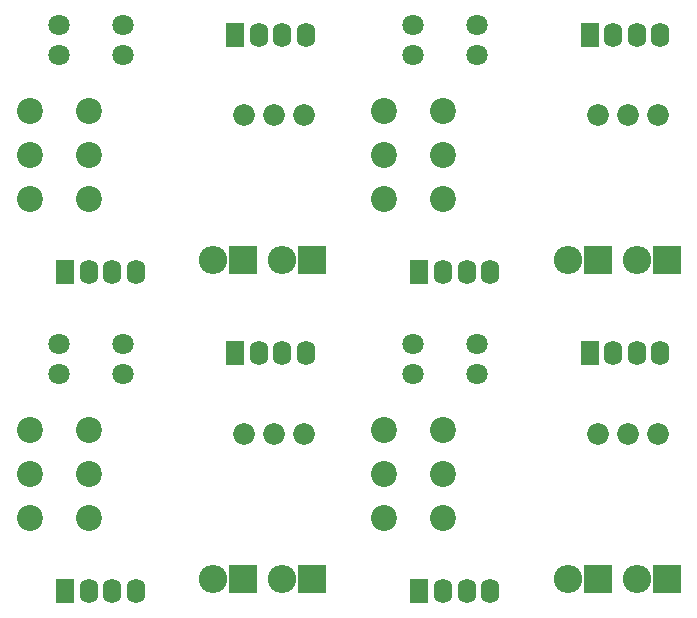
<source format=gbs>
%MOIN*%
%OFA0B0*%
%FSLAX46Y46*%
%IPPOS*%
%LPD*%
%ADD10C,0.0039370078740157488*%
%ADD11C,0.086614173228346469*%
%ADD12R,0.062992125984251982X0.082677165354330714*%
%ADD13O,0.062992125984251982X0.082677165354330714*%
%ADD14O,0.094448031496063X0.094448031496063*%
%ADD15R,0.094448031496063X0.094448031496063*%
%ADD16C,0.070866141732283464*%
%ADD17C,0.072440944881889777*%
%ADD28C,0.0039370078740157488*%
%ADD29C,0.086614173228346469*%
%ADD30R,0.062992125984251982X0.082677165354330714*%
%ADD31O,0.062992125984251982X0.082677165354330714*%
%ADD32O,0.094448031496063X0.094448031496063*%
%ADD33R,0.094448031496063X0.094448031496063*%
%ADD34C,0.070866141732283464*%
%ADD35C,0.072440944881889777*%
%ADD46C,0.0039370078740157488*%
%ADD47C,0.086614173228346469*%
%ADD48R,0.062992125984251982X0.082677165354330714*%
%ADD49O,0.062992125984251982X0.082677165354330714*%
%ADD50O,0.094448031496063X0.094448031496063*%
%ADD51R,0.094448031496063X0.094448031496063*%
%ADD52C,0.070866141732283464*%
%ADD53C,0.072440944881889777*%
%ADD64C,0.0039370078740157488*%
%ADD65C,0.086614173228346469*%
%ADD66R,0.062992125984251982X0.082677165354330714*%
%ADD67O,0.062992125984251982X0.082677165354330714*%
%ADD68O,0.094448031496063X0.094448031496063*%
%ADD69R,0.094448031496063X0.094448031496063*%
%ADD70C,0.070866141732283464*%
%ADD71C,0.072440944881889777*%
%LPD*%
G01*
D10*
D11*
X-0005393700Y0004291338D02*
X0000078740Y0000639763D03*
X0000078740Y0000492125D03*
X0000078740Y0000344488D03*
X0000275590Y0000639763D03*
X0000275590Y0000492125D03*
X0000275590Y0000344488D03*
D12*
X0000196850Y0000102362D03*
D13*
X0000275590Y0000102362D03*
X0000354330Y0000102362D03*
X0000433070Y0000102362D03*
D12*
X0000763970Y0000893882D03*
D13*
X0000842710Y0000893882D03*
X0000921449Y0000893882D03*
X0001000189Y0000893882D03*
D14*
X0000921259Y0000141732D03*
D15*
X0001021258Y0000141732D03*
D14*
X0000691338Y0000141732D03*
D15*
X0000791338Y0000141732D03*
D16*
X0000177165Y0000925196D03*
X0000177165Y0000826771D03*
X0000389763Y0000925196D03*
X0000389763Y0000826771D03*
D17*
X0000992125Y0000625984D03*
X0000892124Y0000625984D03*
X0000792124Y0000625984D03*
G01*
D28*
D29*
X-0005393700Y0005354330D02*
X0000078740Y0001702755D03*
X0000078740Y0001555118D03*
X0000078740Y0001407480D03*
X0000275590Y0001702755D03*
X0000275590Y0001555118D03*
X0000275590Y0001407480D03*
D30*
X0000196850Y0001165354D03*
D31*
X0000275590Y0001165354D03*
X0000354330Y0001165354D03*
X0000433070Y0001165354D03*
D30*
X0000763970Y0001956874D03*
D31*
X0000842710Y0001956874D03*
X0000921449Y0001956874D03*
X0001000189Y0001956874D03*
D32*
X0000921259Y0001204724D03*
D33*
X0001021258Y0001204724D03*
D32*
X0000691338Y0001204724D03*
D33*
X0000791338Y0001204724D03*
D34*
X0000177165Y0001988188D03*
X0000177165Y0001889762D03*
X0000389763Y0001988188D03*
X0000389763Y0001889762D03*
D35*
X0000992125Y0001688976D03*
X0000892124Y0001688976D03*
X0000792124Y0001688976D03*
G04 next file*
%LPD*%
G01*
D46*
D47*
X-0004212598Y0004291338D02*
X0001259842Y0000639763D03*
X0001259842Y0000492125D03*
X0001259842Y0000344488D03*
X0001456692Y0000639763D03*
X0001456692Y0000492125D03*
X0001456692Y0000344488D03*
D48*
X0001377952Y0000102362D03*
D49*
X0001456692Y0000102362D03*
X0001535433Y0000102362D03*
X0001614173Y0000102362D03*
D48*
X0001945072Y0000893882D03*
D49*
X0002023812Y0000893882D03*
X0002102552Y0000893882D03*
X0002181293Y0000893882D03*
D50*
X0002102362Y0000141732D03*
D51*
X0002202362Y0000141732D03*
D50*
X0001872440Y0000141732D03*
D51*
X0001972440Y0000141732D03*
D52*
X0001358267Y0000925196D03*
X0001358267Y0000826771D03*
X0001570866Y0000925196D03*
X0001570866Y0000826771D03*
D53*
X0002173228Y0000625984D03*
X0002073227Y0000625984D03*
X0001973228Y0000625984D03*
G04 next file*
G04 #@! TF.FileFunction,Soldermask,Bot*
G04 Gerber Fmt 4.6, Leading zero omitted, Abs format (unit mm)*
G04 Created by KiCad (PCBNEW 4.0.4-1.fc24-product) date Mon Apr 30 14:12:17 2018*
G01*
G04 APERTURE LIST*
G04 APERTURE END LIST*
D64*
D65*
X-0004212598Y0005354330D02*
X0001259842Y0001702755D03*
X0001259842Y0001555118D03*
X0001259842Y0001407480D03*
X0001456692Y0001702755D03*
X0001456692Y0001555118D03*
X0001456692Y0001407480D03*
D66*
X0001377952Y0001165354D03*
D67*
X0001456692Y0001165354D03*
X0001535433Y0001165354D03*
X0001614173Y0001165354D03*
D66*
X0001945072Y0001956874D03*
D67*
X0002023812Y0001956874D03*
X0002102552Y0001956874D03*
X0002181293Y0001956874D03*
D68*
X0002102362Y0001204724D03*
D69*
X0002202362Y0001204724D03*
D68*
X0001872440Y0001204724D03*
D69*
X0001972440Y0001204724D03*
D70*
X0001358267Y0001988188D03*
X0001358267Y0001889762D03*
X0001570866Y0001988188D03*
X0001570866Y0001889762D03*
D71*
X0002173228Y0001688976D03*
X0002073227Y0001688976D03*
X0001973228Y0001688976D03*
M02*
</source>
